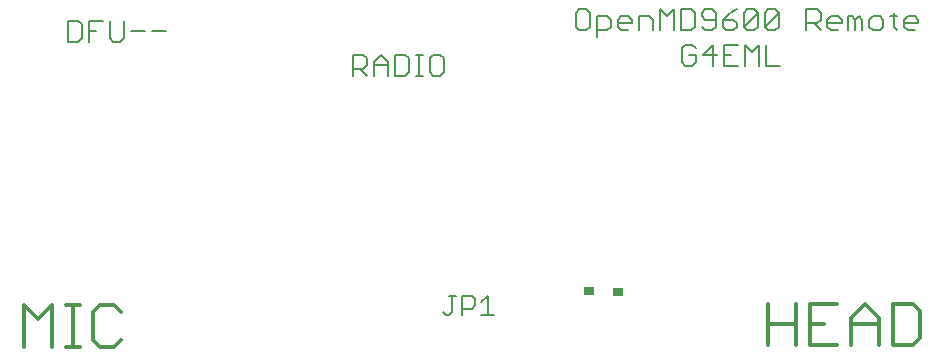
<source format=gto>
G75*
%MOIN*%
%OFA0B0*%
%FSLAX25Y25*%
%IPPOS*%
%LPD*%
%AMOC8*
5,1,8,0,0,1.08239X$1,22.5*
%
%ADD10C,0.01200*%
%ADD11C,0.00600*%
%ADD12R,0.03445X0.02953*%
D10*
X0010458Y0006600D02*
X0010458Y0020412D01*
X0015062Y0015808D01*
X0019666Y0020412D01*
X0019666Y0006600D01*
X0024270Y0006600D02*
X0028874Y0006600D01*
X0026572Y0006600D02*
X0026572Y0020412D01*
X0024270Y0020412D02*
X0028874Y0020412D01*
X0033478Y0018110D02*
X0033478Y0008902D01*
X0035780Y0006600D01*
X0040384Y0006600D01*
X0042686Y0008902D01*
X0042686Y0018110D02*
X0040384Y0020412D01*
X0035780Y0020412D01*
X0033478Y0018110D01*
X0258490Y0020904D02*
X0258490Y0007092D01*
X0267698Y0007092D02*
X0267698Y0020904D01*
X0272302Y0020904D02*
X0272302Y0007092D01*
X0281509Y0007092D01*
X0286113Y0007092D02*
X0286113Y0016300D01*
X0290717Y0020904D01*
X0295321Y0016300D01*
X0295321Y0007092D01*
X0299925Y0007092D02*
X0306831Y0007092D01*
X0309133Y0009394D01*
X0309133Y0018602D01*
X0306831Y0020904D01*
X0299925Y0020904D01*
X0299925Y0007092D01*
X0295321Y0013998D02*
X0286113Y0013998D01*
X0276905Y0013998D02*
X0272302Y0013998D01*
X0267698Y0013998D02*
X0258490Y0013998D01*
X0272302Y0020904D02*
X0281509Y0020904D01*
D11*
X0167083Y0017127D02*
X0162813Y0017127D01*
X0164948Y0017127D02*
X0164948Y0023532D01*
X0162813Y0021397D01*
X0160638Y0020330D02*
X0159570Y0019262D01*
X0156368Y0019262D01*
X0156368Y0017127D02*
X0156368Y0023532D01*
X0159570Y0023532D01*
X0160638Y0022465D01*
X0160638Y0020330D01*
X0154192Y0023532D02*
X0152057Y0023532D01*
X0153125Y0023532D02*
X0153125Y0018194D01*
X0152057Y0017127D01*
X0150990Y0017127D01*
X0149922Y0018194D01*
X0149065Y0096851D02*
X0146729Y0096851D01*
X0145562Y0098019D01*
X0145562Y0102689D01*
X0146729Y0103857D01*
X0149065Y0103857D01*
X0150232Y0102689D01*
X0150232Y0098019D01*
X0149065Y0096851D01*
X0143232Y0096851D02*
X0140896Y0096851D01*
X0142064Y0096851D02*
X0142064Y0103857D01*
X0140896Y0103857D02*
X0143232Y0103857D01*
X0138569Y0102689D02*
X0137401Y0103857D01*
X0133898Y0103857D01*
X0133898Y0096851D01*
X0137401Y0096851D01*
X0138569Y0098019D01*
X0138569Y0102689D01*
X0131571Y0101522D02*
X0131571Y0096851D01*
X0126900Y0096851D02*
X0126900Y0101522D01*
X0129236Y0103857D01*
X0131571Y0101522D01*
X0131571Y0100354D02*
X0126900Y0100354D01*
X0124573Y0100354D02*
X0123405Y0099187D01*
X0119902Y0099187D01*
X0122238Y0099187D02*
X0124573Y0096851D01*
X0119902Y0096851D02*
X0119902Y0103857D01*
X0123405Y0103857D01*
X0124573Y0102689D01*
X0124573Y0100354D01*
X0057585Y0111673D02*
X0052914Y0111673D01*
X0050587Y0111673D02*
X0045916Y0111673D01*
X0043589Y0109338D02*
X0043589Y0115176D01*
X0038918Y0115176D02*
X0038918Y0109338D01*
X0040086Y0108170D01*
X0042421Y0108170D01*
X0043589Y0109338D01*
X0034255Y0111673D02*
X0031920Y0111673D01*
X0029593Y0109338D02*
X0029593Y0114008D01*
X0028425Y0115176D01*
X0024922Y0115176D01*
X0024922Y0108170D01*
X0028425Y0108170D01*
X0029593Y0109338D01*
X0031920Y0108170D02*
X0031920Y0115176D01*
X0036591Y0115176D01*
X0194213Y0113275D02*
X0195381Y0112107D01*
X0197716Y0112107D01*
X0198884Y0113275D01*
X0198884Y0117945D01*
X0197716Y0119113D01*
X0195381Y0119113D01*
X0194213Y0117945D01*
X0194213Y0113275D01*
X0201211Y0112107D02*
X0204714Y0112107D01*
X0205882Y0113275D01*
X0205882Y0115610D01*
X0204714Y0116778D01*
X0201211Y0116778D01*
X0201211Y0109772D01*
X0208209Y0113275D02*
X0209377Y0112107D01*
X0211712Y0112107D01*
X0215207Y0112107D02*
X0215207Y0116778D01*
X0218710Y0116778D01*
X0219878Y0115610D01*
X0219878Y0112107D01*
X0222205Y0112107D02*
X0222205Y0119113D01*
X0224541Y0116778D01*
X0226876Y0119113D01*
X0226876Y0112107D01*
X0229203Y0112107D02*
X0232706Y0112107D01*
X0233874Y0113275D01*
X0233874Y0117945D01*
X0232706Y0119113D01*
X0229203Y0119113D01*
X0229203Y0112107D01*
X0236201Y0113275D02*
X0237369Y0112107D01*
X0239704Y0112107D01*
X0240872Y0113275D01*
X0240872Y0117945D01*
X0239704Y0119113D01*
X0237369Y0119113D01*
X0236201Y0117945D01*
X0236201Y0116778D01*
X0237369Y0115610D01*
X0240872Y0115610D01*
X0243199Y0115610D02*
X0243199Y0113275D01*
X0244367Y0112107D01*
X0246702Y0112107D01*
X0247870Y0113275D01*
X0247870Y0114442D01*
X0246702Y0115610D01*
X0243199Y0115610D01*
X0245534Y0117945D01*
X0247870Y0119113D01*
X0250197Y0117945D02*
X0251365Y0119113D01*
X0253700Y0119113D01*
X0254868Y0117945D01*
X0250197Y0113275D01*
X0251365Y0112107D01*
X0253700Y0112107D01*
X0254868Y0113275D01*
X0254868Y0117945D01*
X0257195Y0117945D02*
X0258363Y0119113D01*
X0260698Y0119113D01*
X0261866Y0117945D01*
X0257195Y0113275D01*
X0258363Y0112107D01*
X0260698Y0112107D01*
X0261866Y0113275D01*
X0261866Y0117945D01*
X0257195Y0117945D02*
X0257195Y0113275D01*
X0250197Y0113275D02*
X0250197Y0117945D01*
X0271191Y0119113D02*
X0271191Y0112107D01*
X0271191Y0114442D02*
X0274694Y0114442D01*
X0275862Y0115610D01*
X0275862Y0117945D01*
X0274694Y0119113D01*
X0271191Y0119113D01*
X0273526Y0114442D02*
X0275862Y0112107D01*
X0278189Y0113275D02*
X0278189Y0115610D01*
X0279357Y0116778D01*
X0281692Y0116778D01*
X0282860Y0115610D01*
X0282860Y0114442D01*
X0278189Y0114442D01*
X0278189Y0113275D02*
X0279357Y0112107D01*
X0281692Y0112107D01*
X0285187Y0112107D02*
X0285187Y0116778D01*
X0286355Y0116778D01*
X0287522Y0115610D01*
X0288690Y0116778D01*
X0289858Y0115610D01*
X0289858Y0112107D01*
X0287522Y0112107D02*
X0287522Y0115610D01*
X0292185Y0115610D02*
X0292185Y0113275D01*
X0293353Y0112107D01*
X0295688Y0112107D01*
X0296856Y0113275D01*
X0296856Y0115610D01*
X0295688Y0116778D01*
X0293353Y0116778D01*
X0292185Y0115610D01*
X0299183Y0116778D02*
X0301518Y0116778D01*
X0300351Y0117945D02*
X0300351Y0113275D01*
X0301518Y0112107D01*
X0303848Y0113275D02*
X0303848Y0115610D01*
X0305016Y0116778D01*
X0307351Y0116778D01*
X0308519Y0115610D01*
X0308519Y0114442D01*
X0303848Y0114442D01*
X0303848Y0113275D02*
X0305016Y0112107D01*
X0307351Y0112107D01*
X0262309Y0100296D02*
X0257638Y0100296D01*
X0257638Y0107302D01*
X0255311Y0107302D02*
X0255311Y0100296D01*
X0250640Y0100296D02*
X0250640Y0107302D01*
X0252976Y0104967D01*
X0255311Y0107302D01*
X0248313Y0107302D02*
X0243642Y0107302D01*
X0243642Y0100296D01*
X0248313Y0100296D01*
X0245978Y0103799D02*
X0243642Y0103799D01*
X0241315Y0103799D02*
X0236644Y0103799D01*
X0240147Y0107302D01*
X0240147Y0100296D01*
X0234317Y0101464D02*
X0234317Y0103799D01*
X0231982Y0103799D01*
X0234317Y0101464D02*
X0233149Y0100296D01*
X0230814Y0100296D01*
X0229646Y0101464D01*
X0229646Y0106134D01*
X0230814Y0107302D01*
X0233149Y0107302D01*
X0234317Y0106134D01*
X0212880Y0114442D02*
X0208209Y0114442D01*
X0208209Y0113275D02*
X0208209Y0115610D01*
X0209377Y0116778D01*
X0211712Y0116778D01*
X0212880Y0115610D01*
X0212880Y0114442D01*
D12*
X0208431Y0024701D03*
X0198589Y0025193D03*
M02*

</source>
